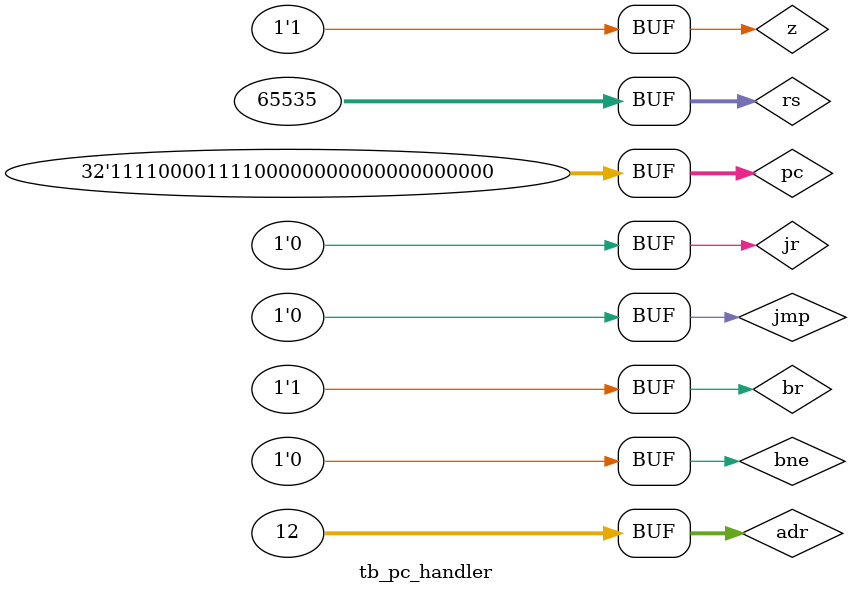
<source format=v>
module tb_pc_handler();

	reg[31:0] adr,pc,rs;
	wire[31:0] res;
	reg br,bne,z,jmp,jr;
	
	
	pc_handler hnd(adr, pc, rs, br,bne,z,jmp,jr, res);

	initial begin
	adr = 32'b00000000000000000000000000001100;
	pc  = 32'b11110000111100000000000000000000;
	rs  = 32'b00000000000000001111111111111111;
	br  = 1'b1; 
	bne = 1'b0;
	z   = 1'b1;
	jmp = 1'b0;
	jr  = 1'b0;
	$monitor("jr: %1b jmp: %1b | %32b",jr,jmp,res);
	#40;
	end

	//Test Cases
	//
	//Case #1
	//
	// js=0 bs =0 => That means pc_next = pc+4
	//	passed
	//
	///Case #2 
	// js=1 bs=0 => There is a jump
	//
	// adr = 0000000000000000000000001100
	// pc =  1100000001111000000000001100
	// 
	// adr<< 2[31:4] 	= 	00000000000000000000000000110000
	// pc[31:28] 		= 	1111 
	// res 				=	11110000000000000000000000110000
	//
	// Case #3
	// js=0 bs=1 => There is a successful branch
	//
	// adr <<2 		= 00000000000000000000000000110000
	// pc  + 4 		= 11110000111100000000000000000100
	// res pc+adr 	= 11110000111100000000000000110100
endmodule
</source>
